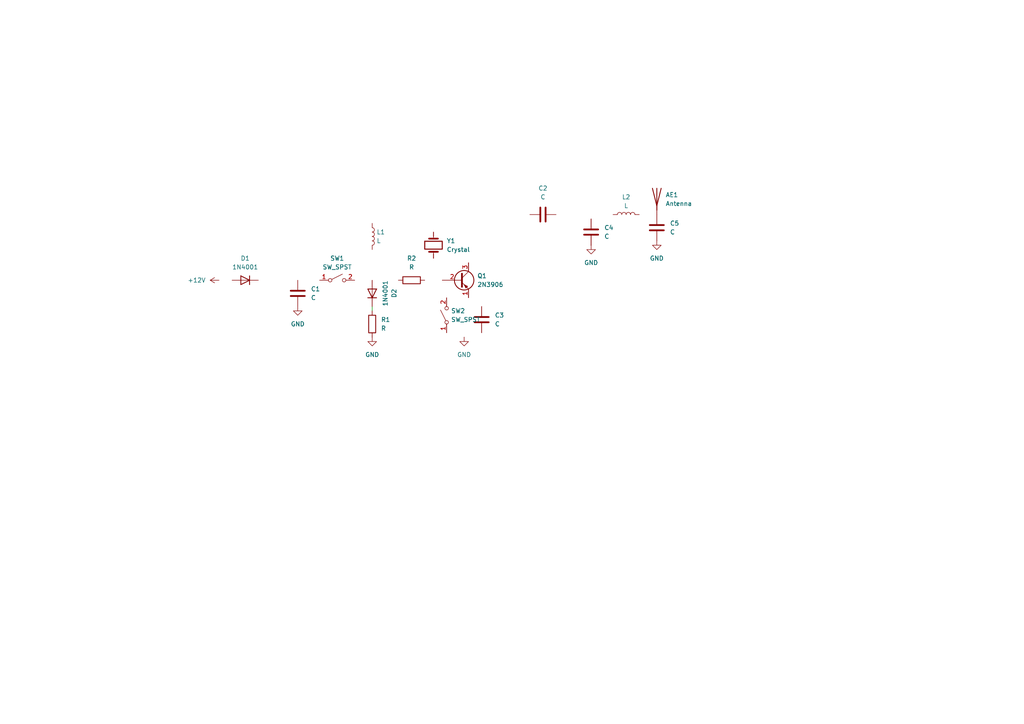
<source format=kicad_sch>
(kicad_sch (version 20231120) (generator "eeschema") (generator_version "8.0")
  (paper "A4")
  (lib_symbols
    (symbol "Device:Antenna" (pin_numbers hide) (pin_names (offset 1.016) hide)
      (property "Reference" "AE" (at -1.905 1.905 0))
      (property "Value" "Antenna" (at -1.905 0 0))
      (symbol "Antenna_0_1"
        (polyline (pts (xy 0 2.54) (xy 0 -3.81)) (stroke (width 0.254)))
        (polyline (pts (xy 1.27 2.54) (xy 0 -2.54) (xy -1.27 2.54)) (stroke (width 0.254)))
      )
      (symbol "Antenna_1_1"
        (pin input line (at 0 -5.08 90) (length 2.54) (name "A") (number "1"))
      )
    )
    (symbol "Device:C" (pin_numbers hide) (pin_names (offset 0.254))
      (property "Reference" "C" (at 0.635 2.54 0))
      (property "Value" "C" (at 0.635 -2.54 0))
      (symbol "C_0_1"
        (polyline (pts (xy -2.032 -0.762) (xy 2.032 -0.762)) (stroke (width 0.508)))
        (polyline (pts (xy -2.032 0.762) (xy 2.032 0.762)) (stroke (width 0.508)))
      )
      (symbol "C_1_1"
        (pin passive line (at 0 3.81 270) (length 2.794) (name "~") (number "1"))
        (pin passive line (at 0 -3.81 90) (length 2.794) (name "~") (number "2"))
      )
    )
    (symbol "Device:Crystal" (pin_numbers hide) (pin_names (offset 1.016) hide)
      (property "Reference" "Y" (at 0 3.81 0))
      (property "Value" "Crystal" (at 0 -3.81 0))
      (symbol "Crystal_0_1"
        (rectangle (start -1.143 2.54) (end 1.143 -2.54) (stroke (width 0.3048)))
        (polyline (pts (xy -2.54 0) (xy -1.905 0)))
        (polyline (pts (xy -1.905 -1.27) (xy -1.905 1.27)) (stroke (width 0.508)))
        (polyline (pts (xy 1.905 -1.27) (xy 1.905 1.27)) (stroke (width 0.508)))
        (polyline (pts (xy 2.54 0) (xy 1.905 0)))
      )
      (symbol "Crystal_1_1"
        (pin passive line (at -3.81 0 0) (length 1.27) (name "1") (number "1"))
        (pin passive line (at 3.81 0 180) (length 1.27) (name "2") (number "2"))
      )
    )
    (symbol "Device:L" (pin_numbers hide) (pin_names (offset 1.016) hide)
      (property "Reference" "L" (at -1.27 0 90))
      (property "Value" "L" (at 1.905 0 90))
      (symbol "L_0_1"
        (arc (start 0 -2.54) (mid 0.6323 -1.905) (end 0 -1.27))
        (arc (start 0 -1.27) (mid 0.6323 -0.635) (end 0 0))
        (arc (start 0 0) (mid 0.6323 0.635) (end 0 1.27))
        (arc (start 0 1.27) (mid 0.6323 1.905) (end 0 2.54))
      )
      (symbol "L_1_1"
        (pin passive line (at 0 3.81 270) (length 1.27) (name "1") (number "1"))
        (pin passive line (at 0 -3.81 90) (length 1.27) (name "2") (number "2"))
      )
    )
    (symbol "Device:R" (pin_numbers hide) (pin_names (offset 0))
      (property "Reference" "R" (at 2.032 0 90))
      (property "Value" "R" (at 0 0 90))
      (symbol "R_0_1"
        (rectangle (start -1.016 -2.54) (end 1.016 2.54) (stroke (width 0.254)))
      )
      (symbol "R_1_1"
        (pin passive line (at 0 3.81 270) (length 1.27) (name "~") (number "1"))
        (pin passive line (at 0 -3.81 90) (length 1.27) (name "~") (number "2"))
      )
    )
    (symbol "Diode:1N4001" (pin_numbers hide) (pin_names hide)
      (property "Reference" "D" (at 0 2.54 0))
      (property "Value" "1N4001" (at 0 -2.54 0))
      (symbol "1N4001_0_1"
        (polyline (pts (xy -1.27 1.27) (xy -1.27 -1.27)) (stroke (width 0.254)))
        (polyline (pts (xy 1.27 0) (xy -1.27 0)))
        (polyline (pts (xy 1.27 1.27) (xy 1.27 -1.27) (xy -1.27 0) (xy 1.27 1.27)) (stroke (width 0.254)))
      )
      (symbol "1N4001_1_1"
        (pin passive line (at -3.81 0 0) (length 2.54) (name "K") (number "1"))
        (pin passive line (at 3.81 0 180) (length 2.54) (name "A") (number "2"))
      )
    )
    (symbol "Switch:SW_SPST" (pin_names (offset 0) hide)
      (property "Reference" "SW" (at 0 3.175 0))
      (property "Value" "SW_SPST" (at 0 -2.54 0))
      (symbol "SW_SPST_0_0"
        (circle (center -2.032 0) (radius 0.508))
        (polyline (pts (xy -1.524 0.254) (xy 1.524 1.778)))
        (circle (center 2.032 0) (radius 0.508))
      )
      (symbol "SW_SPST_1_1"
        (pin passive line (at -5.08 0 0) (length 2.54) (name "A") (number "1"))
        (pin passive line (at 5.08 0 180) (length 2.54) (name "B") (number "2"))
      )
    )
    (symbol "Transistor_BJT:2N3906" (pin_names (offset 0) hide)
      (property "Reference" "Q" (at 5.08 1.905 0))
      (property "Value" "2N3906" (at 5.08 0 0))
      (symbol "2N3906_0_1"
        (polyline (pts (xy 0.635 0.635) (xy 2.54 2.54)))
        (polyline (pts (xy 0.635 -0.635) (xy 2.54 -2.54) (xy 2.54 -2.54)))
        (polyline (pts (xy 0.635 1.905) (xy 0.635 -1.905) (xy 0.635 -1.905)) (stroke (width 0.508)))
        (polyline (pts (xy 2.286 -1.778) (xy 1.778 -2.286) (xy 1.27 -1.27) (xy 2.286 -1.778) (xy 2.286 -1.778)) (fill (type outline)))
        (circle (center 1.27 0) (radius 2.8194) (stroke (width 0.254)))
      )
      (symbol "2N3906_1_1"
        (pin passive line (at 2.54 -5.08 90) (length 2.54) (name "E") (number "1"))
        (pin input line (at -5.08 0 0) (length 5.715) (name "B") (number "2"))
        (pin passive line (at 2.54 5.08 270) (length 2.54) (name "C") (number "3"))
      )
    )
    (symbol "power:+12V" (power) (pin_numbers hide) (pin_names (offset 0) hide)
      (property "Value" "+12V" (at 0 3.556 0))
      (symbol "+12V_0_1"
        (polyline (pts (xy -0.762 1.27) (xy 0 2.54)))
        (polyline (pts (xy 0 0) (xy 0 2.54)))
        (polyline (pts (xy 0 2.54) (xy 0.762 1.27)))
      )
      (symbol "+12V_1_1"
        (pin power_in line (at 0 0 90) (length 0) (name "~") (number "1"))
      )
    )
    (symbol "power:GND" (power) (pin_numbers hide) (pin_names (offset 0) hide)
      (property "Value" "GND" (at 0 -3.81 0))
      (symbol "GND_0_1"
        (polyline (pts (xy 0 0) (xy 0 -1.27) (xy 1.27 -1.27) (xy 0 -2.54) (xy -1.27 -1.27) (xy 0 -1.27)))
      )
      (symbol "GND_1_1"
        (pin power_in line (at 0 0 270) (length 0) (name "~") (number "1"))
      )
    )
  )
  (wire (pts (xy 107.95 88.9) (xy 107.95 90.17)))
  (symbol (lib_id "power:GND") (at 134.62 97.79 0) (unit 1)
    (property "Reference" "#PWR04" (effects (hide yes)))
    (property "Value" "GND" (at 134.62 102.87 0))
    (property "Description" "Power symbol creates a global label with name \"GND\" , ground" (effects (hide yes)))
  )
  (symbol (lib_id "power:GND") (at 190.5 69.85 0) (unit 1)
    (property "Reference" "#PWR06" (effects (hide yes)))
    (property "Value" "GND" (at 190.5 74.93 0))
    (property "Description" "Power symbol creates a global label with name \"GND\" , ground" (effects (hide yes)))
  )
  (symbol (lib_id "Switch:SW_SPST") (at 97.79 81.28 0) (unit 1)
    (property "Reference" "SW1" (at 97.79 74.93 0))
    (property "Value" "SW_SPST" (at 97.79 77.47 0))
    (property "Description" "Single Pole Single Throw (SPST) switch" (effects (hide yes)))
  )
  (symbol (lib_id "power:+12V") (at 63.5 81.28 90) (unit 1)
    (property "Reference" "#PWR01" (effects (hide yes)))
    (property "Value" "+12V" (at 59.69 81.2799 90) (effects (justify left)))
    (property "Description" "Power symbol creates a global label with name \"+12V\"" (effects (hide yes)))
  )
  (symbol (lib_id "Device:Crystal") (at 125.73 71.12 270) (unit 1)
    (property "Reference" "Y1" (at 129.54 69.8499 90) (effects (justify left)))
    (property "Value" "Crystal" (at 129.54 72.3899 90) (effects (justify left)))
    (property "Description" "Two pin crystal" (effects (hide yes)))
  )
  (symbol (lib_id "power:GND") (at 171.45 71.12 0) (unit 1)
    (property "Reference" "#PWR05" (effects (hide yes)))
    (property "Value" "GND" (at 171.45 76.2 0))
    (property "Description" "Power symbol creates a global label with name \"GND\" , ground" (effects (hide yes)))
  )
  (symbol (lib_id "Transistor_BJT:2N3906") (at 133.35 81.28 0) (unit 1)
    (property "Reference" "Q1" (at 138.43 80.0099 0) (effects (justify left)))
    (property "Value" "2N3906" (at 138.43 82.5499 0) (effects (justify left)))
    (property "Footprint" "Package_TO_SOT_THT:TO-92_Inline" (effects (hide yes)))
    (property "Datasheet" "https://www.onsemi.com/pub/Collateral/2N3906-D.PDF" (effects (hide yes)))
    (property "Description" "-0.2A Ic, -40V Vce, Small Signal PNP Transistor, TO-92" (effects (hide yes)))
  )
  (symbol (lib_id "Device:C") (at 171.45 67.31 0) (unit 1)
    (property "Reference" "C4" (at 175.26 66.0399 0) (effects (justify left)))
    (property "Value" "C" (at 175.26 68.5799 0) (effects (justify left)))
    (property "Description" "Unpolarized capacitor" (effects (hide yes)))
  )
  (symbol (lib_id "Device:C") (at 157.48 62.23 90) (unit 1)
    (property "Reference" "C2" (at 157.48 54.61 90))
    (property "Value" "C" (at 157.48 57.15 90))
    (property "Description" "Unpolarized capacitor" (effects (hide yes)))
  )
  (symbol (lib_id "Diode:1N4001") (at 71.12 81.28 0) (mirror y) (unit 1)
    (property "Reference" "D1" (at 71.12 74.93 0))
    (property "Value" "1N4001" (at 71.12 77.47 0))
    (property "Footprint" "Diode_THT:D_DO-41_SOD81_P10.16mm_Horizontal" (effects (hide yes)))
    (property "Datasheet" "http://www.vishay.com/docs/88503/1n4001.pdf" (effects (hide yes)))
    (property "Description" "50V 1A General Purpose Rectifier Diode, DO-41" (effects (hide yes)))
    (property "Sim.Device" "D" (effects (hide yes)))
    (property "Sim.Pins" "1=K 2=A" (effects (hide yes)))
  )
  (symbol (lib_id "power:GND") (at 107.95 97.79 0) (unit 1)
    (property "Reference" "#PWR03" (effects (hide yes)))
    (property "Value" "GND" (at 107.95 102.87 0))
    (property "Description" "Power symbol creates a global label with name \"GND\" , ground" (effects (hide yes)))
  )
  (symbol (lib_id "Switch:SW_SPST") (at 129.54 91.44 90) (unit 1)
    (property "Reference" "SW2" (at 130.81 90.1699 90) (effects (justify right)))
    (property "Value" "SW_SPST" (at 130.81 92.7099 90) (effects (justify right)))
    (property "Description" "Single Pole Single Throw (SPST) switch" (effects (hide yes)))
  )
  (symbol (lib_id "Device:R") (at 107.95 93.98 0) (unit 1)
    (property "Reference" "R1" (at 110.49 92.7099 0) (effects (justify left)))
    (property "Value" "R" (at 110.49 95.2499 0) (effects (justify left)))
    (property "Description" "Resistor" (effects (hide yes)))
  )
  (symbol (lib_id "Device:C") (at 86.36 85.09 0) (unit 1)
    (property "Reference" "C1" (at 90.17 83.8199 0) (effects (justify left)))
    (property "Value" "C" (at 90.17 86.3599 0) (effects (justify left)))
    (property "Description" "Unpolarized capacitor" (effects (hide yes)))
  )
  (symbol (lib_id "Device:L") (at 107.95 68.58 0) (unit 1)
    (property "Reference" "L1" (at 109.22 67.3099 0) (effects (justify left)))
    (property "Value" "L" (at 109.22 69.8499 0) (effects (justify left)))
    (property "Description" "Inductor" (effects (hide yes)))
  )
  (symbol (lib_id "Diode:1N4001") (at 107.95 85.09 270) (mirror x) (unit 1)
    (property "Reference" "D2" (at 114.3 85.09 0))
    (property "Value" "1N4001" (at 111.76 85.09 0))
    (property "Footprint" "Diode_THT:D_DO-41_SOD81_P10.16mm_Horizontal" (effects (hide yes)))
    (property "Datasheet" "http://www.vishay.com/docs/88503/1n4001.pdf" (effects (hide yes)))
    (property "Description" "50V 1A General Purpose Rectifier Diode, DO-41" (effects (hide yes)))
    (property "Sim.Device" "D" (effects (hide yes)))
    (property "Sim.Pins" "1=K 2=A" (effects (hide yes)))
  )
  (symbol (lib_id "Device:R") (at 119.38 81.28 270) (unit 1)
    (property "Reference" "R2" (at 119.38 74.93 90))
    (property "Value" "R" (at 119.38 77.47 90))
    (property "Description" "Resistor" (effects (hide yes)))
  )
  (symbol (lib_id "power:GND") (at 86.36 88.9 0) (unit 1)
    (property "Reference" "#PWR02" (effects (hide yes)))
    (property "Value" "GND" (at 86.36 93.98 0))
    (property "Description" "Power symbol creates a global label with name \"GND\" , ground" (effects (hide yes)))
  )
  (symbol (lib_id "Device:L") (at 181.61 62.23 90) (unit 1)
    (property "Reference" "L2" (at 181.61 57.15 90))
    (property "Value" "L" (at 181.61 59.69 90))
    (property "Description" "Inductor" (effects (hide yes)))
  )
  (symbol (lib_id "Device:Antenna") (at 190.5 57.15 0) (unit 1)
    (property "Reference" "AE1" (at 193.04 56.5149 0) (effects (justify left)))
    (property "Value" "Antenna" (at 193.04 59.0549 0) (effects (justify left)))
    (property "Description" "Antenna" (effects (hide yes)))
  )
  (symbol (lib_id "Device:C") (at 139.7 92.71 0) (unit 1)
    (property "Reference" "C3" (at 143.51 91.4399 0) (effects (justify left)))
    (property "Value" "C" (at 143.51 93.9799 0) (effects (justify left)))
    (property "Description" "Unpolarized capacitor" (effects (hide yes)))
  )
  (symbol (lib_id "Device:C") (at 190.5 66.04 0) (unit 1)
    (property "Reference" "C5" (at 194.31 64.7699 0) (effects (justify left)))
    (property "Value" "C" (at 194.31 67.3099 0) (effects (justify left)))
    (property "Description" "Unpolarized capacitor" (effects (hide yes)))
  )
)
</source>
